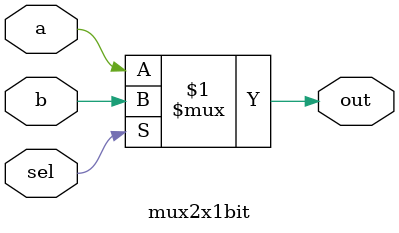
<source format=sv>
module mux2x8bit (
	input[7:0]  a,
	input[7:0]  b,
	input       sel,
	output[7:0] out
);
	assign out = sel ? b:a;
endmodule

module mux3x8bit (
	input[7:0]  a,
	input[7:0]  b,
    input[7:0]  c,
	input[1:2]  sel,
	output logic[7:0] out
);
	always_comb
        case(sel)
		2'b00:
            out = a;
    	2'b01:
            out = b;
        2'b10:
            out = c;
        default:
            out = 2'bzz;
	endcase
endmodule

module mux2x13bit (
	input[12:0]  a,
	input[12:0]  b,
	input       sel,
	output[12:0] out
);
	assign out = sel ? b:a;
endmodule

module mux2x2bit (
	input[1:0]  a,
	input[1:0]  b,
	input       sel,
	output[1:0] out
);
	assign out = sel ? b:a;
endmodule

module mux2x1bit(
	input a,
	input b,
	input sel,
	output out
);
	assign out = sel ? b:a;
endmodule
</source>
